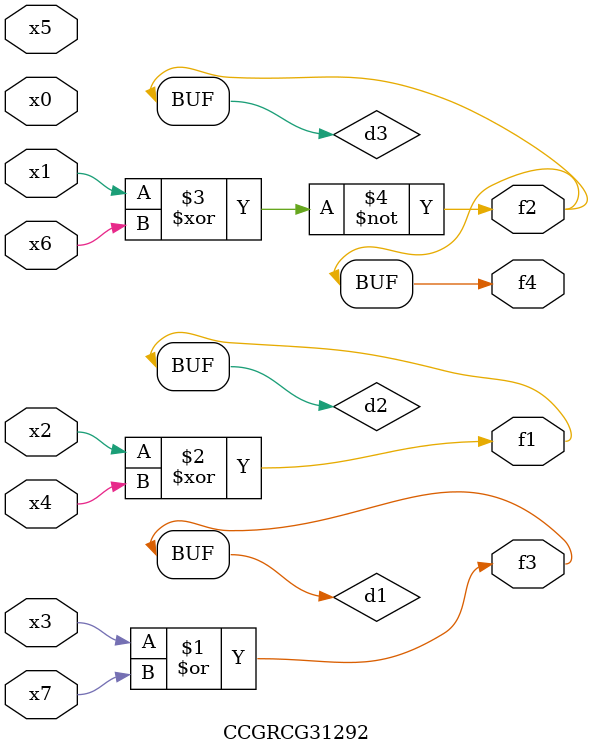
<source format=v>
module CCGRCG31292(
	input x0, x1, x2, x3, x4, x5, x6, x7,
	output f1, f2, f3, f4
);

	wire d1, d2, d3;

	or (d1, x3, x7);
	xor (d2, x2, x4);
	xnor (d3, x1, x6);
	assign f1 = d2;
	assign f2 = d3;
	assign f3 = d1;
	assign f4 = d3;
endmodule

</source>
